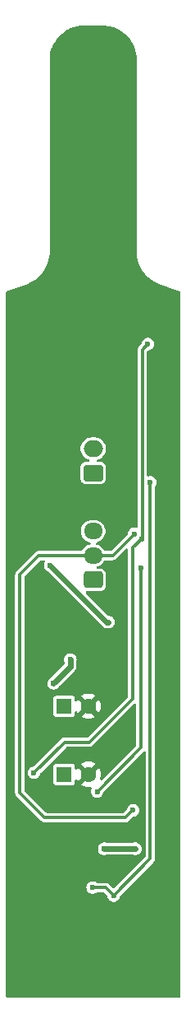
<source format=gbl>
G04 #@! TF.GenerationSoftware,KiCad,Pcbnew,7.0.10*
G04 #@! TF.CreationDate,2024-03-06T15:05:52+01:00*
G04 #@! TF.ProjectId,microscope,6d696372-6f73-4636-9f70-652e6b696361,rev?*
G04 #@! TF.SameCoordinates,Original*
G04 #@! TF.FileFunction,Copper,L2,Bot*
G04 #@! TF.FilePolarity,Positive*
%FSLAX46Y46*%
G04 Gerber Fmt 4.6, Leading zero omitted, Abs format (unit mm)*
G04 Created by KiCad (PCBNEW 7.0.10) date 2024-03-06 15:05:52*
%MOMM*%
%LPD*%
G01*
G04 APERTURE LIST*
G04 Aperture macros list*
%AMRoundRect*
0 Rectangle with rounded corners*
0 $1 Rounding radius*
0 $2 $3 $4 $5 $6 $7 $8 $9 X,Y pos of 4 corners*
0 Add a 4 corners polygon primitive as box body*
4,1,4,$2,$3,$4,$5,$6,$7,$8,$9,$2,$3,0*
0 Add four circle primitives for the rounded corners*
1,1,$1+$1,$2,$3*
1,1,$1+$1,$4,$5*
1,1,$1+$1,$6,$7*
1,1,$1+$1,$8,$9*
0 Add four rect primitives between the rounded corners*
20,1,$1+$1,$2,$3,$4,$5,0*
20,1,$1+$1,$4,$5,$6,$7,0*
20,1,$1+$1,$6,$7,$8,$9,0*
20,1,$1+$1,$8,$9,$2,$3,0*%
G04 Aperture macros list end*
G04 #@! TA.AperFunction,ComponentPad*
%ADD10RoundRect,0.250000X0.725000X-0.600000X0.725000X0.600000X-0.725000X0.600000X-0.725000X-0.600000X0*%
G04 #@! TD*
G04 #@! TA.AperFunction,ComponentPad*
%ADD11O,1.950000X1.700000*%
G04 #@! TD*
G04 #@! TA.AperFunction,ComponentPad*
%ADD12R,1.600000X1.600000*%
G04 #@! TD*
G04 #@! TA.AperFunction,ComponentPad*
%ADD13C,1.600000*%
G04 #@! TD*
G04 #@! TA.AperFunction,ComponentPad*
%ADD14RoundRect,0.250000X0.750000X-0.600000X0.750000X0.600000X-0.750000X0.600000X-0.750000X-0.600000X0*%
G04 #@! TD*
G04 #@! TA.AperFunction,ComponentPad*
%ADD15O,2.000000X1.700000*%
G04 #@! TD*
G04 #@! TA.AperFunction,ViaPad*
%ADD16C,0.600000*%
G04 #@! TD*
G04 #@! TA.AperFunction,Conductor*
%ADD17C,0.600000*%
G04 #@! TD*
G04 #@! TA.AperFunction,Conductor*
%ADD18C,0.350000*%
G04 #@! TD*
G04 APERTURE END LIST*
D10*
X100000000Y-106500000D03*
D11*
X100000000Y-104000000D03*
X100000000Y-101500000D03*
D12*
X97000000Y-119500000D03*
D13*
X99500000Y-119500000D03*
D12*
X97000000Y-126500000D03*
D13*
X99500000Y-126500000D03*
D14*
X100000000Y-95500000D03*
D15*
X100000000Y-93000000D03*
D16*
X96748600Y-76200000D03*
X100711000Y-76174600D03*
X95910400Y-117144800D03*
X97637600Y-114706400D03*
X102108000Y-138960600D03*
X105892600Y-96469200D03*
X99949000Y-138147800D03*
X104343200Y-134162800D03*
X101574600Y-110845600D03*
X101142800Y-134162800D03*
X95554800Y-105003600D03*
X93878400Y-126339600D03*
X105034110Y-102301663D03*
X105638600Y-82245200D03*
X104114600Y-130197600D03*
X104241600Y-101777800D03*
X104902000Y-105283000D03*
X100406200Y-128270000D03*
D17*
X100711000Y-76174600D02*
X96774000Y-76174600D01*
X96774000Y-76174600D02*
X96748600Y-76200000D01*
X97637600Y-115417600D02*
X95910400Y-117144800D01*
X97637600Y-114706400D02*
X97637600Y-115417600D01*
D18*
X99949000Y-138147800D02*
X101295200Y-138147800D01*
X102108000Y-138960600D02*
X105892600Y-135176000D01*
X105892600Y-135176000D02*
X105892600Y-96469200D01*
X101295200Y-138147800D02*
X102108000Y-138960600D01*
D17*
X95554800Y-105003600D02*
X101396800Y-110845600D01*
X101396800Y-110845600D02*
X101574600Y-110845600D01*
X101142800Y-134162800D02*
X104343200Y-134162800D01*
D18*
X105066600Y-82817200D02*
X105638600Y-82245200D01*
X105066600Y-102197400D02*
X105066600Y-82817200D01*
X97028000Y-123190000D02*
X99591727Y-123190000D01*
X93878400Y-126339600D02*
X97028000Y-123190000D01*
X104063800Y-118717927D02*
X104063800Y-103200200D01*
X104063800Y-103200200D02*
X105066600Y-102197400D01*
X99591727Y-123190000D02*
X104063800Y-118717927D01*
X102019400Y-104000000D02*
X100000000Y-104000000D01*
X103352600Y-130959600D02*
X94969473Y-130959600D01*
X92405200Y-128395327D02*
X92405200Y-105968800D01*
X104114600Y-130197600D02*
X103352600Y-130959600D01*
X104241600Y-101777800D02*
X102019400Y-104000000D01*
X92405200Y-105968800D02*
X94374000Y-104000000D01*
X94969473Y-130959600D02*
X92405200Y-128395327D01*
X94374000Y-104000000D02*
X100000000Y-104000000D01*
X100406200Y-128270000D02*
X104902000Y-123774200D01*
X104902000Y-123774200D02*
X104902000Y-105283000D01*
G04 #@! TA.AperFunction,Conductor*
G36*
X101003032Y-49500648D02*
G01*
X101336929Y-49517052D01*
X101349037Y-49518245D01*
X101452146Y-49533539D01*
X101676699Y-49566849D01*
X101688617Y-49569219D01*
X102009951Y-49649709D01*
X102021588Y-49653240D01*
X102092806Y-49678722D01*
X102333467Y-49764832D01*
X102344688Y-49769479D01*
X102644163Y-49911120D01*
X102654871Y-49916844D01*
X102938988Y-50087137D01*
X102949106Y-50093897D01*
X103215170Y-50291224D01*
X103224576Y-50298944D01*
X103470013Y-50521395D01*
X103478604Y-50529986D01*
X103665755Y-50736475D01*
X103701055Y-50775423D01*
X103708775Y-50784829D01*
X103906102Y-51050893D01*
X103912862Y-51061011D01*
X104041776Y-51276092D01*
X104083148Y-51345116D01*
X104088885Y-51355848D01*
X104230514Y-51655297D01*
X104235170Y-51666540D01*
X104346759Y-51978411D01*
X104350292Y-51990055D01*
X104430777Y-52311369D01*
X104433151Y-52323305D01*
X104481754Y-52650962D01*
X104482947Y-52663071D01*
X104499351Y-52996966D01*
X104499500Y-53003051D01*
X104499500Y-72801460D01*
X104499510Y-72801746D01*
X104499542Y-72939847D01*
X104499542Y-72939848D01*
X104535795Y-73294699D01*
X104607920Y-73643999D01*
X104607924Y-73644016D01*
X104715184Y-73984200D01*
X104854249Y-74306589D01*
X104856463Y-74311720D01*
X104856469Y-74311733D01*
X105030293Y-74623179D01*
X105030296Y-74623183D01*
X105030298Y-74623187D01*
X105234888Y-74915373D01*
X105234893Y-74915379D01*
X105234894Y-74915380D01*
X105468118Y-75185254D01*
X105727558Y-75430024D01*
X105727564Y-75430029D01*
X106010540Y-75647164D01*
X106010552Y-75647173D01*
X106314125Y-75834420D01*
X106314151Y-75834434D01*
X106635169Y-75989850D01*
X106635176Y-75989853D01*
X106635183Y-75989856D01*
X106764563Y-76036980D01*
X106765362Y-76037304D01*
X106769116Y-76038670D01*
X106769121Y-76038673D01*
X108917910Y-76820759D01*
X108974174Y-76862185D01*
X108999110Y-76927454D01*
X108999500Y-76937281D01*
X108999500Y-149375500D01*
X108979815Y-149442539D01*
X108927011Y-149488294D01*
X108875500Y-149499500D01*
X91124500Y-149499500D01*
X91057461Y-149479815D01*
X91011706Y-149427011D01*
X91000500Y-149375500D01*
X91000500Y-134162800D01*
X100487522Y-134162800D01*
X100506562Y-134319618D01*
X100562580Y-134467323D01*
X100652317Y-134597330D01*
X100770560Y-134702083D01*
X100770562Y-134702084D01*
X100910434Y-134775496D01*
X101063814Y-134813300D01*
X101063815Y-134813300D01*
X101221785Y-134813300D01*
X101375165Y-134775496D01*
X101382177Y-134772837D01*
X101382869Y-134774662D01*
X101428966Y-134763300D01*
X104057034Y-134763300D01*
X104103130Y-134774662D01*
X104103823Y-134772837D01*
X104110834Y-134775496D01*
X104264214Y-134813300D01*
X104264215Y-134813300D01*
X104422185Y-134813300D01*
X104575565Y-134775496D01*
X104598802Y-134763300D01*
X104715440Y-134702083D01*
X104833683Y-134597330D01*
X104923420Y-134467323D01*
X104979437Y-134319618D01*
X104998478Y-134162800D01*
X104979437Y-134005982D01*
X104923420Y-133858277D01*
X104833683Y-133728270D01*
X104715440Y-133623517D01*
X104715438Y-133623516D01*
X104715437Y-133623515D01*
X104575565Y-133550103D01*
X104422186Y-133512300D01*
X104422185Y-133512300D01*
X104264215Y-133512300D01*
X104264214Y-133512300D01*
X104110834Y-133550103D01*
X104103823Y-133552763D01*
X104103130Y-133550937D01*
X104057034Y-133562300D01*
X101428966Y-133562300D01*
X101382869Y-133550937D01*
X101382177Y-133552763D01*
X101375165Y-133550103D01*
X101221786Y-133512300D01*
X101221785Y-133512300D01*
X101063815Y-133512300D01*
X101063814Y-133512300D01*
X100910434Y-133550103D01*
X100770562Y-133623515D01*
X100652316Y-133728271D01*
X100562581Y-133858275D01*
X100562580Y-133858276D01*
X100506562Y-134005981D01*
X100487522Y-134162799D01*
X100487522Y-134162800D01*
X91000500Y-134162800D01*
X91000500Y-128361057D01*
X91926033Y-128361057D01*
X91929384Y-128407900D01*
X91929700Y-128416748D01*
X91929700Y-128429331D01*
X91929701Y-128429346D01*
X91931493Y-128441821D01*
X91932437Y-128450600D01*
X91935789Y-128497440D01*
X91935791Y-128497449D01*
X91937159Y-128501118D01*
X91943709Y-128526782D01*
X91944267Y-128530664D01*
X91944268Y-128530668D01*
X91944269Y-128530669D01*
X91963781Y-128573395D01*
X91967159Y-128581550D01*
X91983571Y-128625554D01*
X91985918Y-128628689D01*
X91999441Y-128651479D01*
X92001070Y-128655045D01*
X92031825Y-128690538D01*
X92037369Y-128697419D01*
X92044921Y-128707507D01*
X92053838Y-128716424D01*
X92059845Y-128722875D01*
X92090611Y-128758382D01*
X92090613Y-128758383D01*
X92090614Y-128758384D01*
X92090615Y-128758385D01*
X92093904Y-128760499D01*
X92114549Y-128777135D01*
X94587665Y-131250251D01*
X94604298Y-131270891D01*
X94606418Y-131274189D01*
X94641923Y-131304954D01*
X94648386Y-131310972D01*
X94657293Y-131319879D01*
X94657299Y-131319884D01*
X94657302Y-131319886D01*
X94667373Y-131327425D01*
X94674266Y-131332979D01*
X94709753Y-131363728D01*
X94709755Y-131363730D01*
X94713317Y-131365356D01*
X94736107Y-131378878D01*
X94739247Y-131381229D01*
X94783259Y-131397644D01*
X94791409Y-131401019D01*
X94834131Y-131420531D01*
X94837999Y-131421087D01*
X94863693Y-131427644D01*
X94867359Y-131429012D01*
X94914205Y-131432362D01*
X94922998Y-131433308D01*
X94931598Y-131434544D01*
X94935462Y-131435100D01*
X94948047Y-131435100D01*
X94956893Y-131435415D01*
X95003744Y-131438767D01*
X95007574Y-131437933D01*
X95033931Y-131435100D01*
X103288142Y-131435100D01*
X103314498Y-131437933D01*
X103318329Y-131438767D01*
X103365175Y-131435415D01*
X103374023Y-131435100D01*
X103386611Y-131435100D01*
X103399085Y-131433306D01*
X103407866Y-131432361D01*
X103454715Y-131429011D01*
X103458381Y-131427643D01*
X103484069Y-131421087D01*
X103487942Y-131420531D01*
X103530672Y-131401015D01*
X103538807Y-131397645D01*
X103582826Y-131381229D01*
X103585958Y-131378883D01*
X103608758Y-131365356D01*
X103610331Y-131364637D01*
X103612318Y-131363730D01*
X103647806Y-131332978D01*
X103654684Y-131327435D01*
X103664780Y-131319879D01*
X103673698Y-131310960D01*
X103680165Y-131304940D01*
X103680167Y-131304938D01*
X103715655Y-131274189D01*
X103717773Y-131270893D01*
X103734403Y-131250254D01*
X104100240Y-130884419D01*
X104161563Y-130850934D01*
X104187921Y-130848100D01*
X104193585Y-130848100D01*
X104346965Y-130810296D01*
X104486840Y-130736883D01*
X104605083Y-130632130D01*
X104694820Y-130502123D01*
X104750837Y-130354418D01*
X104769878Y-130197600D01*
X104767504Y-130178044D01*
X104750837Y-130040781D01*
X104729592Y-129984764D01*
X104694820Y-129893077D01*
X104605083Y-129763070D01*
X104486840Y-129658317D01*
X104486838Y-129658316D01*
X104486837Y-129658315D01*
X104346965Y-129584903D01*
X104193586Y-129547100D01*
X104193585Y-129547100D01*
X104035615Y-129547100D01*
X104035614Y-129547100D01*
X103882234Y-129584903D01*
X103742362Y-129658315D01*
X103624116Y-129763071D01*
X103534381Y-129893075D01*
X103534380Y-129893076D01*
X103478363Y-130040778D01*
X103478362Y-130040783D01*
X103466853Y-130135568D01*
X103439230Y-130199745D01*
X103431439Y-130208301D01*
X103191958Y-130447782D01*
X103130638Y-130481266D01*
X103104279Y-130484100D01*
X95217794Y-130484100D01*
X95150755Y-130464415D01*
X95130113Y-130447781D01*
X92917019Y-128234687D01*
X92883534Y-128173364D01*
X92880700Y-128147006D01*
X92880700Y-120344856D01*
X95899500Y-120344856D01*
X95899502Y-120344882D01*
X95902413Y-120369987D01*
X95902415Y-120369991D01*
X95947793Y-120472764D01*
X95947794Y-120472765D01*
X96027235Y-120552206D01*
X96130009Y-120597585D01*
X96155135Y-120600500D01*
X97844864Y-120600499D01*
X97844879Y-120600497D01*
X97844882Y-120600497D01*
X97869987Y-120597586D01*
X97869988Y-120597585D01*
X97869991Y-120597585D01*
X97972765Y-120552206D01*
X98052206Y-120472765D01*
X98097585Y-120369991D01*
X98100500Y-120344865D01*
X98100499Y-120134151D01*
X98120183Y-120067114D01*
X98172987Y-120021359D01*
X98242145Y-120011415D01*
X98305701Y-120040440D01*
X98336881Y-120081748D01*
X98369864Y-120152480D01*
X98420974Y-120225472D01*
X99102046Y-119544400D01*
X99114835Y-119625148D01*
X99172359Y-119738045D01*
X99261955Y-119827641D01*
X99374852Y-119885165D01*
X99455599Y-119897953D01*
X98774526Y-120579025D01*
X98847513Y-120630132D01*
X98847521Y-120630136D01*
X99053668Y-120726264D01*
X99053682Y-120726269D01*
X99273389Y-120785139D01*
X99273400Y-120785141D01*
X99499998Y-120804966D01*
X99500002Y-120804966D01*
X99726599Y-120785141D01*
X99726610Y-120785139D01*
X99946317Y-120726269D01*
X99946331Y-120726264D01*
X100152478Y-120630136D01*
X100225471Y-120579024D01*
X99544400Y-119897953D01*
X99625148Y-119885165D01*
X99738045Y-119827641D01*
X99827641Y-119738045D01*
X99885165Y-119625148D01*
X99897953Y-119544400D01*
X100579024Y-120225471D01*
X100630136Y-120152478D01*
X100726264Y-119946331D01*
X100726269Y-119946317D01*
X100785139Y-119726610D01*
X100785141Y-119726599D01*
X100804966Y-119500002D01*
X100804966Y-119499997D01*
X100785141Y-119273400D01*
X100785139Y-119273389D01*
X100726269Y-119053682D01*
X100726264Y-119053668D01*
X100630136Y-118847521D01*
X100630132Y-118847513D01*
X100579025Y-118774526D01*
X99897953Y-119455598D01*
X99885165Y-119374852D01*
X99827641Y-119261955D01*
X99738045Y-119172359D01*
X99625148Y-119114835D01*
X99544401Y-119102046D01*
X100225472Y-118420974D01*
X100152478Y-118369863D01*
X99946331Y-118273735D01*
X99946317Y-118273730D01*
X99726610Y-118214860D01*
X99726599Y-118214858D01*
X99500002Y-118195034D01*
X99499998Y-118195034D01*
X99273400Y-118214858D01*
X99273389Y-118214860D01*
X99053682Y-118273730D01*
X99053673Y-118273734D01*
X98847516Y-118369866D01*
X98847512Y-118369868D01*
X98774526Y-118420973D01*
X98774526Y-118420974D01*
X99455599Y-119102046D01*
X99374852Y-119114835D01*
X99261955Y-119172359D01*
X99172359Y-119261955D01*
X99114835Y-119374852D01*
X99102046Y-119455598D01*
X98420974Y-118774526D01*
X98420973Y-118774526D01*
X98369868Y-118847512D01*
X98369866Y-118847517D01*
X98336881Y-118918253D01*
X98290708Y-118970692D01*
X98223515Y-118989844D01*
X98156633Y-118969628D01*
X98111299Y-118916462D01*
X98100499Y-118865848D01*
X98100499Y-118655143D01*
X98100499Y-118655136D01*
X98100497Y-118655117D01*
X98097586Y-118630012D01*
X98097585Y-118630010D01*
X98097585Y-118630009D01*
X98052206Y-118527235D01*
X97972765Y-118447794D01*
X97972763Y-118447793D01*
X97869992Y-118402415D01*
X97844865Y-118399500D01*
X96155143Y-118399500D01*
X96155117Y-118399502D01*
X96130012Y-118402413D01*
X96130008Y-118402415D01*
X96027235Y-118447793D01*
X95947794Y-118527234D01*
X95902415Y-118630006D01*
X95902415Y-118630008D01*
X95899500Y-118655131D01*
X95899500Y-120344856D01*
X92880700Y-120344856D01*
X92880700Y-117144800D01*
X95255122Y-117144800D01*
X95274162Y-117301618D01*
X95301347Y-117373297D01*
X95330180Y-117449323D01*
X95419917Y-117579330D01*
X95538160Y-117684083D01*
X95538162Y-117684084D01*
X95678034Y-117757496D01*
X95831414Y-117795300D01*
X95831415Y-117795300D01*
X95989385Y-117795300D01*
X96142765Y-117757496D01*
X96282640Y-117684083D01*
X96400883Y-117579330D01*
X96490620Y-117449323D01*
X96502874Y-117417009D01*
X96531134Y-117373299D01*
X98028643Y-115875790D01*
X98040823Y-115865109D01*
X98065882Y-115845882D01*
X98162136Y-115720441D01*
X98222644Y-115574362D01*
X98238100Y-115456961D01*
X98243282Y-115417600D01*
X98239161Y-115386297D01*
X98238100Y-115370112D01*
X98238100Y-114980172D01*
X98246158Y-114936200D01*
X98273837Y-114863217D01*
X98292878Y-114706400D01*
X98292878Y-114706399D01*
X98273837Y-114549581D01*
X98252592Y-114493564D01*
X98217820Y-114401877D01*
X98128083Y-114271870D01*
X98009840Y-114167117D01*
X98009838Y-114167116D01*
X98009837Y-114167115D01*
X97869965Y-114093703D01*
X97716586Y-114055900D01*
X97716585Y-114055900D01*
X97558615Y-114055900D01*
X97558614Y-114055900D01*
X97405234Y-114093703D01*
X97265362Y-114167115D01*
X97147116Y-114271871D01*
X97057381Y-114401875D01*
X97057380Y-114401876D01*
X97001362Y-114549581D01*
X96982322Y-114706399D01*
X96982322Y-114706400D01*
X97001362Y-114863217D01*
X97029042Y-114936200D01*
X97037100Y-114980172D01*
X97037100Y-115117502D01*
X97017415Y-115184541D01*
X97000781Y-115205183D01*
X95682595Y-116523368D01*
X95652542Y-116545483D01*
X95538158Y-116605518D01*
X95419916Y-116710271D01*
X95330181Y-116840275D01*
X95330180Y-116840276D01*
X95274162Y-116987981D01*
X95255122Y-117144799D01*
X95255122Y-117144800D01*
X92880700Y-117144800D01*
X92880700Y-106217121D01*
X92900385Y-106150082D01*
X92917019Y-106129440D01*
X94534640Y-104511819D01*
X94595963Y-104478334D01*
X94622321Y-104475500D01*
X94892642Y-104475500D01*
X94959681Y-104495185D01*
X95005436Y-104547989D01*
X95015380Y-104617147D01*
X94994693Y-104669937D01*
X94987325Y-104680613D01*
X94974579Y-104699078D01*
X94918562Y-104846781D01*
X94899522Y-105003599D01*
X94899522Y-105003600D01*
X94918562Y-105160418D01*
X94962421Y-105276063D01*
X94974580Y-105308123D01*
X95064317Y-105438130D01*
X95182560Y-105542883D01*
X95296945Y-105602917D01*
X95326994Y-105625029D01*
X100938599Y-111236634D01*
X100949293Y-111248828D01*
X100968515Y-111273879D01*
X100968516Y-111273880D01*
X100968518Y-111273882D01*
X101093959Y-111370136D01*
X101240038Y-111430644D01*
X101284234Y-111436462D01*
X101325675Y-111449605D01*
X101342234Y-111458296D01*
X101495614Y-111496100D01*
X101495615Y-111496100D01*
X101653585Y-111496100D01*
X101806965Y-111458296D01*
X101823524Y-111449605D01*
X101946840Y-111384883D01*
X102065083Y-111280130D01*
X102154820Y-111150123D01*
X102210837Y-111002418D01*
X102229878Y-110845600D01*
X102210837Y-110688782D01*
X102154820Y-110541077D01*
X102065083Y-110411070D01*
X101946840Y-110306317D01*
X101946838Y-110306316D01*
X101946837Y-110306315D01*
X101806965Y-110232903D01*
X101653586Y-110195100D01*
X101653585Y-110195100D01*
X101646897Y-110195100D01*
X101579858Y-110175415D01*
X101559216Y-110158781D01*
X99262617Y-107862181D01*
X99229132Y-107800858D01*
X99234116Y-107731166D01*
X99275988Y-107675233D01*
X99341452Y-107650816D01*
X99350298Y-107650500D01*
X100768097Y-107650500D01*
X100768102Y-107650500D01*
X100856564Y-107639877D01*
X100997342Y-107584361D01*
X101117922Y-107492922D01*
X101209361Y-107372342D01*
X101264877Y-107231564D01*
X101275500Y-107143102D01*
X101275500Y-105856898D01*
X101264877Y-105768436D01*
X101209361Y-105627658D01*
X101209360Y-105627657D01*
X101209360Y-105627656D01*
X101117922Y-105507077D01*
X100997343Y-105415639D01*
X100856561Y-105360122D01*
X100810926Y-105354642D01*
X100768102Y-105349500D01*
X100475002Y-105349500D01*
X100407963Y-105329815D01*
X100362208Y-105277011D01*
X100352264Y-105207853D01*
X100381289Y-105144297D01*
X100440067Y-105106523D01*
X100441067Y-105106234D01*
X100542389Y-105077405D01*
X100542393Y-105077403D01*
X100542394Y-105077403D01*
X100733253Y-104982367D01*
X100733253Y-104982366D01*
X100733255Y-104982366D01*
X100903407Y-104853872D01*
X101047052Y-104696302D01*
X101147408Y-104534222D01*
X101199436Y-104487587D01*
X101252835Y-104475500D01*
X101954942Y-104475500D01*
X101981298Y-104478333D01*
X101985129Y-104479167D01*
X102031975Y-104475815D01*
X102040823Y-104475500D01*
X102053411Y-104475500D01*
X102065885Y-104473706D01*
X102074666Y-104472761D01*
X102121515Y-104469411D01*
X102125181Y-104468043D01*
X102150869Y-104461487D01*
X102154742Y-104460931D01*
X102197472Y-104441415D01*
X102205607Y-104438045D01*
X102249626Y-104421629D01*
X102252758Y-104419283D01*
X102275558Y-104405756D01*
X102277131Y-104405037D01*
X102279118Y-104404130D01*
X102314606Y-104373378D01*
X102321484Y-104367835D01*
X102331580Y-104360279D01*
X102340498Y-104351360D01*
X102346965Y-104345340D01*
X102382455Y-104314589D01*
X102384571Y-104311295D01*
X102401203Y-104290654D01*
X103376619Y-103315239D01*
X103437942Y-103281754D01*
X103507634Y-103286738D01*
X103563567Y-103328610D01*
X103587984Y-103394074D01*
X103588300Y-103402920D01*
X103588300Y-118469606D01*
X103568615Y-118536645D01*
X103551981Y-118557287D01*
X99431087Y-122678181D01*
X99369764Y-122711666D01*
X99343406Y-122714500D01*
X97092458Y-122714500D01*
X97066101Y-122711666D01*
X97062271Y-122710833D01*
X97062268Y-122710833D01*
X97015425Y-122714184D01*
X97006577Y-122714500D01*
X96993984Y-122714500D01*
X96981508Y-122716293D01*
X96972725Y-122717237D01*
X96925883Y-122720589D01*
X96922211Y-122721959D01*
X96896537Y-122728511D01*
X96892661Y-122729068D01*
X96892658Y-122729069D01*
X96849943Y-122748575D01*
X96841771Y-122751960D01*
X96797776Y-122768370D01*
X96797772Y-122768372D01*
X96794629Y-122770725D01*
X96771856Y-122784237D01*
X96768284Y-122785868D01*
X96768278Y-122785872D01*
X96732800Y-122816613D01*
X96725922Y-122822156D01*
X96715821Y-122829718D01*
X96706898Y-122838641D01*
X96700428Y-122844663D01*
X96664949Y-122875406D01*
X96664942Y-122875413D01*
X96662823Y-122878712D01*
X96646194Y-122899345D01*
X93892760Y-125652781D01*
X93831437Y-125686266D01*
X93805079Y-125689100D01*
X93799414Y-125689100D01*
X93646034Y-125726903D01*
X93506162Y-125800315D01*
X93387916Y-125905071D01*
X93298181Y-126035075D01*
X93298180Y-126035076D01*
X93242162Y-126182781D01*
X93223122Y-126339599D01*
X93223122Y-126339600D01*
X93242162Y-126496418D01*
X93290984Y-126625148D01*
X93298180Y-126644123D01*
X93387917Y-126774130D01*
X93506160Y-126878883D01*
X93506162Y-126878884D01*
X93646034Y-126952296D01*
X93799414Y-126990100D01*
X93799415Y-126990100D01*
X93957385Y-126990100D01*
X94110765Y-126952296D01*
X94210405Y-126900000D01*
X94250640Y-126878883D01*
X94368883Y-126774130D01*
X94458620Y-126644123D01*
X94514637Y-126496418D01*
X94526145Y-126401631D01*
X94553766Y-126337455D01*
X94561549Y-126328908D01*
X97188640Y-123701819D01*
X97249963Y-123668334D01*
X97276321Y-123665500D01*
X99527269Y-123665500D01*
X99553625Y-123668333D01*
X99557456Y-123669167D01*
X99604302Y-123665815D01*
X99613150Y-123665500D01*
X99625738Y-123665500D01*
X99638212Y-123663706D01*
X99646993Y-123662761D01*
X99693842Y-123659411D01*
X99697508Y-123658043D01*
X99723196Y-123651487D01*
X99727069Y-123650931D01*
X99769799Y-123631415D01*
X99777934Y-123628045D01*
X99821953Y-123611629D01*
X99825085Y-123609283D01*
X99847885Y-123595756D01*
X99849458Y-123595037D01*
X99851445Y-123594130D01*
X99886933Y-123563378D01*
X99893811Y-123557835D01*
X99903907Y-123550279D01*
X99912825Y-123541360D01*
X99919292Y-123535340D01*
X99930211Y-123525879D01*
X99954782Y-123504589D01*
X99956898Y-123501295D01*
X99973530Y-123480654D01*
X104214819Y-119239364D01*
X104276142Y-119205880D01*
X104345834Y-119210864D01*
X104401767Y-119252736D01*
X104426184Y-119318200D01*
X104426500Y-119327046D01*
X104426500Y-123525879D01*
X104406815Y-123592918D01*
X104390181Y-123613560D01*
X100932270Y-127071470D01*
X100870947Y-127104955D01*
X100801255Y-127099971D01*
X100745322Y-127058099D01*
X100720905Y-126992635D01*
X100726666Y-126952037D01*
X100724866Y-126951555D01*
X100785139Y-126726610D01*
X100785141Y-126726599D01*
X100804966Y-126500002D01*
X100804966Y-126499997D01*
X100785141Y-126273400D01*
X100785139Y-126273389D01*
X100726269Y-126053682D01*
X100726264Y-126053668D01*
X100630136Y-125847521D01*
X100630132Y-125847513D01*
X100579025Y-125774526D01*
X99897953Y-126455598D01*
X99885165Y-126374852D01*
X99827641Y-126261955D01*
X99738045Y-126172359D01*
X99625148Y-126114835D01*
X99544401Y-126102046D01*
X100225472Y-125420974D01*
X100152478Y-125369863D01*
X99946331Y-125273735D01*
X99946317Y-125273730D01*
X99726610Y-125214860D01*
X99726599Y-125214858D01*
X99500002Y-125195034D01*
X99499998Y-125195034D01*
X99273400Y-125214858D01*
X99273389Y-125214860D01*
X99053682Y-125273730D01*
X99053673Y-125273734D01*
X98847516Y-125369866D01*
X98847512Y-125369868D01*
X98774526Y-125420973D01*
X98774526Y-125420974D01*
X99455599Y-126102046D01*
X99374852Y-126114835D01*
X99261955Y-126172359D01*
X99172359Y-126261955D01*
X99114835Y-126374852D01*
X99102046Y-126455598D01*
X98420974Y-125774526D01*
X98420973Y-125774526D01*
X98369868Y-125847512D01*
X98369866Y-125847517D01*
X98336881Y-125918253D01*
X98290708Y-125970692D01*
X98223515Y-125989844D01*
X98156633Y-125969628D01*
X98111299Y-125916462D01*
X98100499Y-125865848D01*
X98100499Y-125655143D01*
X98100499Y-125655136D01*
X98100226Y-125652781D01*
X98097586Y-125630012D01*
X98097585Y-125630010D01*
X98097585Y-125630009D01*
X98052206Y-125527235D01*
X97972765Y-125447794D01*
X97972763Y-125447793D01*
X97869992Y-125402415D01*
X97844865Y-125399500D01*
X96155143Y-125399500D01*
X96155117Y-125399502D01*
X96130012Y-125402413D01*
X96130008Y-125402415D01*
X96027235Y-125447793D01*
X95947794Y-125527234D01*
X95902415Y-125630006D01*
X95902415Y-125630008D01*
X95899500Y-125655131D01*
X95899500Y-127344856D01*
X95899502Y-127344882D01*
X95902413Y-127369987D01*
X95902415Y-127369991D01*
X95947793Y-127472764D01*
X95947794Y-127472765D01*
X96027235Y-127552206D01*
X96130009Y-127597585D01*
X96155135Y-127600500D01*
X97844864Y-127600499D01*
X97844879Y-127600497D01*
X97844882Y-127600497D01*
X97869987Y-127597586D01*
X97869988Y-127597585D01*
X97869991Y-127597585D01*
X97972765Y-127552206D01*
X98052206Y-127472765D01*
X98097585Y-127369991D01*
X98100500Y-127344865D01*
X98100499Y-127134151D01*
X98120183Y-127067114D01*
X98172987Y-127021359D01*
X98242145Y-127011415D01*
X98305701Y-127040440D01*
X98336881Y-127081748D01*
X98369864Y-127152480D01*
X98420974Y-127225472D01*
X99102046Y-126544400D01*
X99114835Y-126625148D01*
X99172359Y-126738045D01*
X99261955Y-126827641D01*
X99374852Y-126885165D01*
X99455599Y-126897953D01*
X98774526Y-127579025D01*
X98847513Y-127630132D01*
X98847521Y-127630136D01*
X99053668Y-127726264D01*
X99053682Y-127726269D01*
X99273389Y-127785139D01*
X99273400Y-127785141D01*
X99499998Y-127804966D01*
X99500001Y-127804966D01*
X99703904Y-127787126D01*
X99772404Y-127800892D01*
X99822587Y-127849507D01*
X99838521Y-127917536D01*
X99827357Y-127957977D01*
X99828640Y-127958464D01*
X99769962Y-128113181D01*
X99750922Y-128269999D01*
X99750922Y-128270000D01*
X99769962Y-128426818D01*
X99809348Y-128530669D01*
X99825980Y-128574523D01*
X99915717Y-128704530D01*
X100033960Y-128809283D01*
X100033962Y-128809284D01*
X100173834Y-128882696D01*
X100327214Y-128920500D01*
X100327215Y-128920500D01*
X100485185Y-128920500D01*
X100638565Y-128882696D01*
X100778440Y-128809283D01*
X100896683Y-128704530D01*
X100986420Y-128574523D01*
X101042437Y-128426818D01*
X101053945Y-128332031D01*
X101081566Y-128267855D01*
X101089349Y-128259308D01*
X105192650Y-124156006D01*
X105213291Y-124139373D01*
X105216589Y-124137255D01*
X105216589Y-124137254D01*
X105224054Y-124132458D01*
X105225698Y-124135016D01*
X105275458Y-124112294D01*
X105344616Y-124122241D01*
X105397418Y-124167998D01*
X105417100Y-124235033D01*
X105417100Y-134927679D01*
X105397415Y-134994718D01*
X105380781Y-135015360D01*
X102195681Y-138200460D01*
X102134358Y-138233945D01*
X102064666Y-138228961D01*
X102020319Y-138200460D01*
X101677008Y-137857149D01*
X101660372Y-137836504D01*
X101658258Y-137833215D01*
X101658257Y-137833214D01*
X101658256Y-137833213D01*
X101658255Y-137833211D01*
X101622748Y-137802445D01*
X101616297Y-137796438D01*
X101607380Y-137787521D01*
X101597292Y-137779969D01*
X101590411Y-137774425D01*
X101554918Y-137743670D01*
X101551352Y-137742041D01*
X101528562Y-137728518D01*
X101525427Y-137726171D01*
X101481423Y-137709759D01*
X101473268Y-137706381D01*
X101430542Y-137686869D01*
X101430541Y-137686868D01*
X101430537Y-137686867D01*
X101426655Y-137686309D01*
X101400991Y-137679759D01*
X101397322Y-137678391D01*
X101397317Y-137678390D01*
X101397315Y-137678389D01*
X101388960Y-137677791D01*
X101350473Y-137675037D01*
X101341694Y-137674093D01*
X101329219Y-137672301D01*
X101329216Y-137672300D01*
X101329211Y-137672300D01*
X101329205Y-137672300D01*
X101316623Y-137672300D01*
X101307775Y-137671984D01*
X101260931Y-137668633D01*
X101260928Y-137668633D01*
X101259041Y-137669043D01*
X101257098Y-137669466D01*
X101230742Y-137672300D01*
X100440264Y-137672300D01*
X100373225Y-137652615D01*
X100358038Y-137641116D01*
X100321240Y-137608517D01*
X100321238Y-137608515D01*
X100181365Y-137535103D01*
X100027986Y-137497300D01*
X100027985Y-137497300D01*
X99870015Y-137497300D01*
X99870014Y-137497300D01*
X99716634Y-137535103D01*
X99576762Y-137608515D01*
X99576760Y-137608517D01*
X99466305Y-137706371D01*
X99458516Y-137713271D01*
X99368781Y-137843275D01*
X99368780Y-137843276D01*
X99312762Y-137990981D01*
X99293722Y-138147799D01*
X99293722Y-138147800D01*
X99312762Y-138304618D01*
X99368780Y-138452323D01*
X99458517Y-138582330D01*
X99576760Y-138687083D01*
X99576762Y-138687084D01*
X99716634Y-138760496D01*
X99870014Y-138798300D01*
X99870015Y-138798300D01*
X100027985Y-138798300D01*
X100181365Y-138760496D01*
X100321238Y-138687084D01*
X100321237Y-138687084D01*
X100321240Y-138687083D01*
X100352241Y-138659619D01*
X100358038Y-138654484D01*
X100421271Y-138624763D01*
X100440264Y-138623300D01*
X101046879Y-138623300D01*
X101113918Y-138642985D01*
X101134560Y-138659619D01*
X101424838Y-138949897D01*
X101458323Y-139011220D01*
X101460253Y-139022631D01*
X101471762Y-139117415D01*
X101471763Y-139117421D01*
X101527780Y-139265123D01*
X101617517Y-139395130D01*
X101735760Y-139499883D01*
X101735762Y-139499884D01*
X101875634Y-139573296D01*
X102029014Y-139611100D01*
X102029015Y-139611100D01*
X102186985Y-139611100D01*
X102340365Y-139573296D01*
X102480240Y-139499883D01*
X102598483Y-139395130D01*
X102688220Y-139265123D01*
X102744237Y-139117418D01*
X102755745Y-139022631D01*
X102783366Y-138958455D01*
X102791149Y-138949908D01*
X106183254Y-135557803D01*
X106203895Y-135541171D01*
X106207189Y-135539055D01*
X106237940Y-135503564D01*
X106243960Y-135497098D01*
X106252879Y-135488180D01*
X106260435Y-135478084D01*
X106265978Y-135471206D01*
X106296730Y-135435718D01*
X106298356Y-135432158D01*
X106311883Y-135409358D01*
X106314229Y-135406226D01*
X106330640Y-135362224D01*
X106334021Y-135354058D01*
X106353531Y-135311342D01*
X106354087Y-135307473D01*
X106360645Y-135281776D01*
X106362012Y-135278114D01*
X106365363Y-135231248D01*
X106366305Y-135222489D01*
X106368100Y-135210011D01*
X106368100Y-135197426D01*
X106368416Y-135188579D01*
X106371767Y-135141729D01*
X106371766Y-135141725D01*
X106370934Y-135137899D01*
X106368100Y-135111542D01*
X106368100Y-96964077D01*
X106387785Y-96897038D01*
X106390050Y-96893637D01*
X106406807Y-96869358D01*
X106472820Y-96773723D01*
X106528837Y-96626018D01*
X106547878Y-96469200D01*
X106536118Y-96372342D01*
X106528837Y-96312381D01*
X106498186Y-96231561D01*
X106472820Y-96164677D01*
X106383083Y-96034670D01*
X106264840Y-95929917D01*
X106264838Y-95929916D01*
X106264837Y-95929915D01*
X106124965Y-95856503D01*
X105971586Y-95818700D01*
X105971585Y-95818700D01*
X105813615Y-95818700D01*
X105813614Y-95818700D01*
X105695774Y-95847744D01*
X105625972Y-95844674D01*
X105568910Y-95804354D01*
X105542705Y-95739585D01*
X105542100Y-95727347D01*
X105542100Y-83065521D01*
X105561785Y-82998482D01*
X105578419Y-82977840D01*
X105624240Y-82932019D01*
X105685563Y-82898534D01*
X105711921Y-82895700D01*
X105717585Y-82895700D01*
X105870965Y-82857896D01*
X105883207Y-82851471D01*
X106010840Y-82784483D01*
X106129083Y-82679730D01*
X106218820Y-82549723D01*
X106274837Y-82402018D01*
X106293878Y-82245200D01*
X106291504Y-82225644D01*
X106274837Y-82088381D01*
X106253592Y-82032364D01*
X106218820Y-81940677D01*
X106129083Y-81810670D01*
X106010840Y-81705917D01*
X106010838Y-81705916D01*
X106010837Y-81705915D01*
X105870965Y-81632503D01*
X105717586Y-81594700D01*
X105717585Y-81594700D01*
X105559615Y-81594700D01*
X105559614Y-81594700D01*
X105406234Y-81632503D01*
X105266362Y-81705915D01*
X105148116Y-81810671D01*
X105058381Y-81940675D01*
X105058380Y-81940676D01*
X105002363Y-82088378D01*
X105002362Y-82088383D01*
X104990853Y-82183168D01*
X104963230Y-82247345D01*
X104955438Y-82255901D01*
X104775945Y-82435394D01*
X104755312Y-82452023D01*
X104752013Y-82454142D01*
X104752006Y-82454149D01*
X104721263Y-82489628D01*
X104715241Y-82496098D01*
X104706318Y-82505021D01*
X104698756Y-82515122D01*
X104693213Y-82522000D01*
X104662472Y-82557478D01*
X104662468Y-82557484D01*
X104660837Y-82561056D01*
X104647325Y-82583829D01*
X104644972Y-82586972D01*
X104644970Y-82586976D01*
X104628560Y-82630971D01*
X104625175Y-82639143D01*
X104605669Y-82681858D01*
X104605668Y-82681861D01*
X104605111Y-82685737D01*
X104598559Y-82711411D01*
X104597189Y-82715083D01*
X104593837Y-82761925D01*
X104592893Y-82770708D01*
X104591100Y-82783184D01*
X104591100Y-82795777D01*
X104590784Y-82804625D01*
X104587433Y-82851468D01*
X104587433Y-82851470D01*
X104588266Y-82855299D01*
X104591100Y-82881658D01*
X104591100Y-101035701D01*
X104571415Y-101102740D01*
X104518611Y-101148495D01*
X104449453Y-101158439D01*
X104437425Y-101156098D01*
X104320585Y-101127300D01*
X104162615Y-101127300D01*
X104162614Y-101127300D01*
X104009234Y-101165103D01*
X103869362Y-101238515D01*
X103751116Y-101343271D01*
X103661381Y-101473275D01*
X103661380Y-101473276D01*
X103605363Y-101620978D01*
X103605362Y-101620984D01*
X103593853Y-101715768D01*
X103566231Y-101779946D01*
X103558438Y-101788502D01*
X101858760Y-103488181D01*
X101797437Y-103521666D01*
X101771079Y-103524500D01*
X101252835Y-103524500D01*
X101185796Y-103504815D01*
X101147408Y-103465778D01*
X101104920Y-103397158D01*
X101047052Y-103303698D01*
X100903407Y-103146128D01*
X100903406Y-103146127D01*
X100733253Y-103017632D01*
X100542393Y-102922596D01*
X100354960Y-102869266D01*
X100295867Y-102831986D01*
X100266310Y-102768677D01*
X100275672Y-102699437D01*
X100320982Y-102646251D01*
X100354960Y-102630734D01*
X100542389Y-102577405D01*
X100542393Y-102577403D01*
X100542394Y-102577403D01*
X100733253Y-102482367D01*
X100733253Y-102482366D01*
X100733255Y-102482366D01*
X100903407Y-102353872D01*
X101047052Y-102196302D01*
X101159298Y-102015019D01*
X101236321Y-101816198D01*
X101275500Y-101606610D01*
X101275500Y-101393390D01*
X101236321Y-101183802D01*
X101159298Y-100984981D01*
X101047052Y-100803698D01*
X100903407Y-100646128D01*
X100903406Y-100646127D01*
X100733253Y-100517632D01*
X100542393Y-100422596D01*
X100337310Y-100364244D01*
X100178194Y-100349500D01*
X99821806Y-100349500D01*
X99694513Y-100361295D01*
X99662689Y-100364244D01*
X99457607Y-100422596D01*
X99457605Y-100422596D01*
X99266746Y-100517632D01*
X99096593Y-100646127D01*
X98952947Y-100803699D01*
X98840702Y-100984980D01*
X98840701Y-100984982D01*
X98763680Y-101183799D01*
X98763679Y-101183802D01*
X98724500Y-101393390D01*
X98724500Y-101606610D01*
X98763679Y-101816198D01*
X98840702Y-102015019D01*
X98952948Y-102196302D01*
X99096593Y-102353872D01*
X99266746Y-102482367D01*
X99457606Y-102577403D01*
X99457608Y-102577403D01*
X99457611Y-102577405D01*
X99591971Y-102615634D01*
X99645039Y-102630734D01*
X99704132Y-102668014D01*
X99733689Y-102731324D01*
X99724327Y-102800563D01*
X99679017Y-102853749D01*
X99645039Y-102869266D01*
X99457607Y-102922596D01*
X99457605Y-102922596D01*
X99266746Y-103017632D01*
X99096593Y-103146127D01*
X98952947Y-103303699D01*
X98852592Y-103465778D01*
X98800564Y-103512413D01*
X98747165Y-103524500D01*
X94438458Y-103524500D01*
X94412101Y-103521666D01*
X94408271Y-103520833D01*
X94408268Y-103520833D01*
X94361421Y-103524184D01*
X94352574Y-103524500D01*
X94339989Y-103524500D01*
X94339984Y-103524500D01*
X94339978Y-103524501D01*
X94327511Y-103526292D01*
X94318732Y-103527236D01*
X94271885Y-103530588D01*
X94271881Y-103530589D01*
X94268208Y-103531959D01*
X94242543Y-103538509D01*
X94238663Y-103539067D01*
X94238653Y-103539069D01*
X94195959Y-103558568D01*
X94187785Y-103561955D01*
X94143774Y-103578371D01*
X94143772Y-103578372D01*
X94140629Y-103580725D01*
X94117856Y-103594237D01*
X94114284Y-103595868D01*
X94114278Y-103595872D01*
X94078800Y-103626613D01*
X94071922Y-103632156D01*
X94061821Y-103639718D01*
X94052898Y-103648641D01*
X94046428Y-103654663D01*
X94010949Y-103685406D01*
X94010942Y-103685413D01*
X94008823Y-103688712D01*
X93992194Y-103709345D01*
X92114545Y-105586994D01*
X92093912Y-105603623D01*
X92090613Y-105605742D01*
X92090606Y-105605749D01*
X92059863Y-105641228D01*
X92053841Y-105647698D01*
X92044918Y-105656621D01*
X92037356Y-105666722D01*
X92031813Y-105673600D01*
X92001072Y-105709078D01*
X92001068Y-105709084D01*
X91999437Y-105712656D01*
X91985925Y-105735429D01*
X91983572Y-105738572D01*
X91983570Y-105738576D01*
X91967160Y-105782571D01*
X91963775Y-105790743D01*
X91944269Y-105833458D01*
X91944268Y-105833461D01*
X91943711Y-105837337D01*
X91937159Y-105863011D01*
X91935789Y-105866683D01*
X91932437Y-105913525D01*
X91931493Y-105922308D01*
X91929700Y-105934784D01*
X91929700Y-105947377D01*
X91929384Y-105956225D01*
X91926033Y-106003068D01*
X91926033Y-106003070D01*
X91926866Y-106006899D01*
X91929700Y-106033258D01*
X91929700Y-128330869D01*
X91926866Y-128357226D01*
X91926033Y-128361052D01*
X91926033Y-128361057D01*
X91000500Y-128361057D01*
X91000500Y-96143102D01*
X98699500Y-96143102D01*
X98702091Y-96164675D01*
X98710122Y-96231561D01*
X98765639Y-96372343D01*
X98857077Y-96492922D01*
X98977656Y-96584360D01*
X98977657Y-96584360D01*
X98977658Y-96584361D01*
X99118436Y-96639877D01*
X99206898Y-96650500D01*
X99206903Y-96650500D01*
X100793097Y-96650500D01*
X100793102Y-96650500D01*
X100881564Y-96639877D01*
X101022342Y-96584361D01*
X101142922Y-96492922D01*
X101234361Y-96372342D01*
X101289877Y-96231564D01*
X101300500Y-96143102D01*
X101300500Y-94856898D01*
X101289877Y-94768436D01*
X101234361Y-94627658D01*
X101234360Y-94627657D01*
X101234360Y-94627656D01*
X101142922Y-94507077D01*
X101022343Y-94415639D01*
X100881561Y-94360122D01*
X100835926Y-94354642D01*
X100793102Y-94349500D01*
X100500002Y-94349500D01*
X100432963Y-94329815D01*
X100387208Y-94277011D01*
X100377264Y-94207853D01*
X100406289Y-94144297D01*
X100465067Y-94106523D01*
X100466067Y-94106234D01*
X100567389Y-94077405D01*
X100567393Y-94077403D01*
X100567394Y-94077403D01*
X100758253Y-93982367D01*
X100758253Y-93982366D01*
X100758255Y-93982366D01*
X100928407Y-93853872D01*
X101072052Y-93696302D01*
X101184298Y-93515019D01*
X101261321Y-93316198D01*
X101300500Y-93106610D01*
X101300500Y-92893390D01*
X101261321Y-92683802D01*
X101184298Y-92484981D01*
X101072052Y-92303698D01*
X100928407Y-92146128D01*
X100928406Y-92146127D01*
X100758253Y-92017632D01*
X100567393Y-91922596D01*
X100362310Y-91864244D01*
X100203194Y-91849500D01*
X99796806Y-91849500D01*
X99669513Y-91861295D01*
X99637689Y-91864244D01*
X99432607Y-91922596D01*
X99432605Y-91922596D01*
X99241746Y-92017632D01*
X99071593Y-92146127D01*
X98927947Y-92303699D01*
X98815702Y-92484980D01*
X98815701Y-92484982D01*
X98738680Y-92683799D01*
X98738679Y-92683802D01*
X98699500Y-92893390D01*
X98699500Y-93106610D01*
X98738679Y-93316198D01*
X98815702Y-93515019D01*
X98927948Y-93696302D01*
X99071593Y-93853872D01*
X99241746Y-93982367D01*
X99432606Y-94077403D01*
X99432608Y-94077403D01*
X99432611Y-94077405D01*
X99533933Y-94106234D01*
X99593026Y-94143514D01*
X99622583Y-94206823D01*
X99613221Y-94276063D01*
X99567911Y-94329249D01*
X99501039Y-94349496D01*
X99499998Y-94349500D01*
X99206898Y-94349500D01*
X99167853Y-94354188D01*
X99118438Y-94360122D01*
X98977656Y-94415639D01*
X98857077Y-94507077D01*
X98765639Y-94627656D01*
X98710122Y-94768438D01*
X98704188Y-94817853D01*
X98699500Y-94856898D01*
X98699500Y-96143102D01*
X91000500Y-96143102D01*
X91000500Y-76937281D01*
X91020185Y-76870242D01*
X91072989Y-76824487D01*
X91082090Y-76820759D01*
X92213113Y-76409105D01*
X93230879Y-76038673D01*
X93230880Y-76038672D01*
X93234623Y-76037310D01*
X93235406Y-76036993D01*
X93364818Y-75989857D01*
X93364828Y-75989852D01*
X93364831Y-75989851D01*
X93685849Y-75834435D01*
X93685853Y-75834432D01*
X93685865Y-75834427D01*
X93685877Y-75834420D01*
X93989447Y-75647174D01*
X93989446Y-75647174D01*
X93989452Y-75647171D01*
X94272436Y-75430030D01*
X94272440Y-75430025D01*
X94272443Y-75430024D01*
X94381707Y-75326938D01*
X94531885Y-75185253D01*
X94765112Y-74915374D01*
X94969703Y-74623188D01*
X95143538Y-74311722D01*
X95284817Y-73984200D01*
X95392077Y-73644016D01*
X95464206Y-73294692D01*
X95500459Y-72939846D01*
X95500489Y-72802235D01*
X95500500Y-72802000D01*
X95500500Y-53003051D01*
X95500649Y-52996967D01*
X95517052Y-52663072D01*
X95518245Y-52650962D01*
X95566849Y-52323296D01*
X95569218Y-52311385D01*
X95649710Y-51990043D01*
X95653240Y-51978411D01*
X95764835Y-51666525D01*
X95769476Y-51655318D01*
X95911124Y-51355828D01*
X95916840Y-51345136D01*
X96087145Y-51060998D01*
X96093888Y-51050905D01*
X96291232Y-50784818D01*
X96298935Y-50775433D01*
X96521405Y-50529975D01*
X96529975Y-50521405D01*
X96775433Y-50298935D01*
X96784818Y-50291232D01*
X97050905Y-50093888D01*
X97060998Y-50087145D01*
X97345136Y-49916840D01*
X97355828Y-49911124D01*
X97655318Y-49769476D01*
X97666525Y-49764835D01*
X97978412Y-49653239D01*
X97990043Y-49649710D01*
X98311385Y-49569218D01*
X98323296Y-49566849D01*
X98650962Y-49518244D01*
X98663068Y-49517052D01*
X98996967Y-49500648D01*
X99003051Y-49500500D01*
X99065892Y-49500500D01*
X100934108Y-49500500D01*
X100996949Y-49500500D01*
X101003032Y-49500648D01*
G37*
G04 #@! TD.AperFunction*
M02*

</source>
